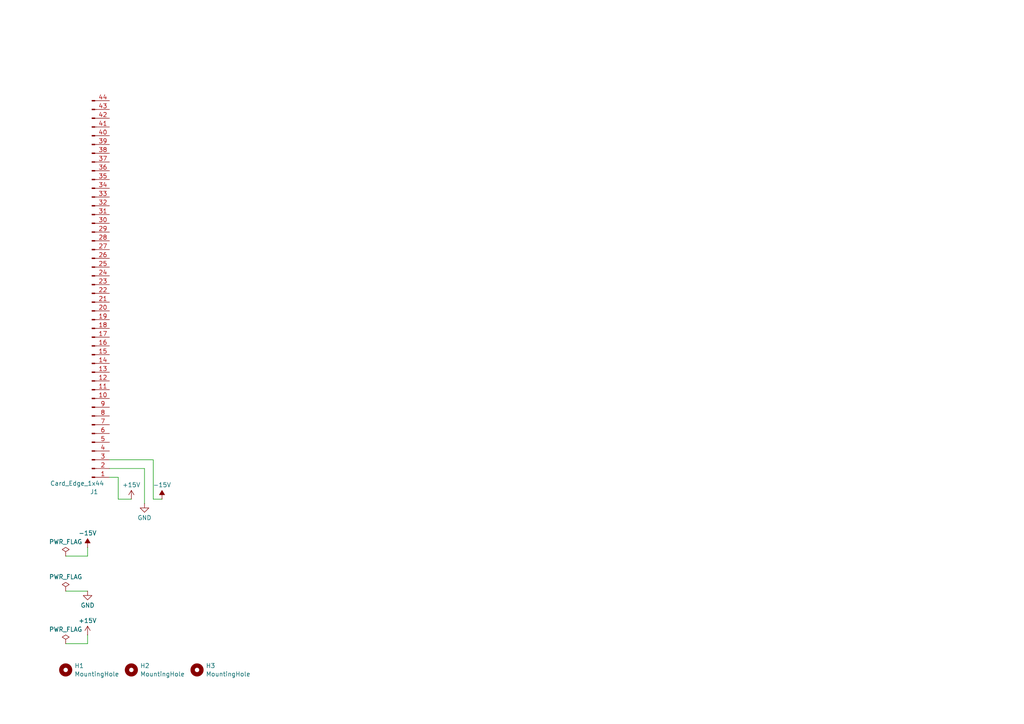
<source format=kicad_sch>
(kicad_sch (version 20231120) (generator "eeschema") (generator_version "8.0")
  (paper "A4")
  (title_block (comment 1 "Created with 'Korg PS-3x00 KLM Cards' template: https://github.com/ddkaiser/pscards"))
  (lib_symbols
    (symbol "Korg PS-3x00 KLM Cards:Card_Edge_1x44" (pin_names (offset 1.016) hide)
      (property "Reference" "J1" (at 0.635 57.5607 0))
      (property "Value" "Card_Edge_1x44" (at 3.556 55.118 0))
      (symbol "Card_Edge_1x44_1_1"
        (polyline (pts (xy 1.27 -55.88) (xy 0.8636 -55.88)) (stroke (width 0.1524)))
        (polyline (pts (xy 1.27 -53.34) (xy 0.8636 -53.34)) (stroke (width 0.1524)))
        (polyline (pts (xy 1.27 -50.8) (xy 0.8636 -50.8)) (stroke (width 0.1524)))
        (polyline (pts (xy 1.27 -48.26) (xy 0.8636 -48.26)) (stroke (width 0.1524)))
        (polyline (pts (xy 1.27 -45.72) (xy 0.8636 -45.72)) (stroke (width 0.1524)))
        (polyline (pts (xy 1.27 -43.18) (xy 0.8636 -43.18)) (stroke (width 0.1524)))
        (polyline (pts (xy 1.27 -40.64) (xy 0.8636 -40.64)) (stroke (width 0.1524)))
        (polyline (pts (xy 1.27 -38.1) (xy 0.8636 -38.1)) (stroke (width 0.1524)))
        (polyline (pts (xy 1.27 -35.56) (xy 0.8636 -35.56)) (stroke (width 0.1524)))
        (polyline (pts (xy 1.27 -33.02) (xy 0.8636 -33.02)) (stroke (width 0.1524)))
        (polyline (pts (xy 1.27 -30.48) (xy 0.8636 -30.48)) (stroke (width 0.1524)))
        (polyline (pts (xy 1.27 -27.94) (xy 0.8636 -27.94)) (stroke (width 0.1524)))
        (polyline (pts (xy 1.27 -25.4) (xy 0.8636 -25.4)) (stroke (width 0.1524)))
        (polyline (pts (xy 1.27 -22.86) (xy 0.8636 -22.86)) (stroke (width 0.1524)))
        (polyline (pts (xy 1.27 -20.32) (xy 0.8636 -20.32)) (stroke (width 0.1524)))
        (polyline (pts (xy 1.27 -17.78) (xy 0.8636 -17.78)) (stroke (width 0.1524)))
        (polyline (pts (xy 1.27 -15.24) (xy 0.8636 -15.24)) (stroke (width 0.1524)))
        (polyline (pts (xy 1.27 -12.7) (xy 0.8636 -12.7)) (stroke (width 0.1524)))
        (polyline (pts (xy 1.27 -10.16) (xy 0.8636 -10.16)) (stroke (width 0.1524)))
        (polyline (pts (xy 1.27 -7.62) (xy 0.8636 -7.62)) (stroke (width 0.1524)))
        (polyline (pts (xy 1.27 -5.08) (xy 0.8636 -5.08)) (stroke (width 0.1524)))
        (polyline (pts (xy 1.27 -2.54) (xy 0.8636 -2.54)) (stroke (width 0.1524)))
        (polyline (pts (xy 1.27 0) (xy 0.8636 0)) (stroke (width 0.1524)))
        (polyline (pts (xy 1.27 2.54) (xy 0.8636 2.54)) (stroke (width 0.1524)))
        (polyline (pts (xy 1.27 5.08) (xy 0.8636 5.08)) (stroke (width 0.1524)))
        (polyline (pts (xy 1.27 7.62) (xy 0.8636 7.62)) (stroke (width 0.1524)))
        (polyline (pts (xy 1.27 10.16) (xy 0.8636 10.16)) (stroke (width 0.1524)))
        (polyline (pts (xy 1.27 12.7) (xy 0.8636 12.7)) (stroke (width 0.1524)))
        (polyline (pts (xy 1.27 15.24) (xy 0.8636 15.24)) (stroke (width 0.1524)))
        (polyline (pts (xy 1.27 17.78) (xy 0.8636 17.78)) (stroke (width 0.1524)))
        (polyline (pts (xy 1.27 20.32) (xy 0.8636 20.32)) (stroke (width 0.1524)))
        (polyline (pts (xy 1.27 22.86) (xy 0.8636 22.86)) (stroke (width 0.1524)))
        (polyline (pts (xy 1.27 25.4) (xy 0.8636 25.4)) (stroke (width 0.1524)))
        (polyline (pts (xy 1.27 27.94) (xy 0.8636 27.94)) (stroke (width 0.1524)))
        (polyline (pts (xy 1.27 30.48) (xy 0.8636 30.48)) (stroke (width 0.1524)))
        (polyline (pts (xy 1.27 33.02) (xy 0.8636 33.02)) (stroke (width 0.1524)))
        (polyline (pts (xy 1.27 35.56) (xy 0.8636 35.56)) (stroke (width 0.1524)))
        (polyline (pts (xy 1.27 38.1) (xy 0.8636 38.1)) (stroke (width 0.1524)))
        (polyline (pts (xy 1.27 40.64) (xy 0.8636 40.64)) (stroke (width 0.1524)))
        (polyline (pts (xy 1.27 43.18) (xy 0.8636 43.18)) (stroke (width 0.1524)))
        (polyline (pts (xy 1.27 45.72) (xy 0.8636 45.72)) (stroke (width 0.1524)))
        (polyline (pts (xy 1.27 48.26) (xy 0.8636 48.26)) (stroke (width 0.1524)))
        (polyline (pts (xy 1.27 50.8) (xy 0.8636 50.8)) (stroke (width 0.1524)))
        (polyline (pts (xy 1.27 53.34) (xy 0.8636 53.34)) (stroke (width 0.1524)))
        (rectangle (start 0.8636 -55.753) (end 0 -56.007) (stroke (width 0.1524)) (fill (type outline)))
        (rectangle (start 0.8636 -53.213) (end 0 -53.467) (stroke (width 0.1524)) (fill (type outline)))
        (rectangle (start 0.8636 -50.673) (end 0 -50.927) (stroke (width 0.1524)) (fill (type outline)))
        (rectangle (start 0.8636 -48.133) (end 0 -48.387) (stroke (width 0.1524)) (fill (type outline)))
        (rectangle (start 0.8636 -45.593) (end 0 -45.847) (stroke (width 0.1524)) (fill (type outline)))
        (rectangle (start 0.8636 -43.053) (end 0 -43.307) (stroke (width 0.1524)) (fill (type outline)))
        (rectangle (start 0.8636 -40.513) (end 0 -40.767) (stroke (width 0.1524)) (fill (type outline)))
        (rectangle (start 0.8636 -37.973) (end 0 -38.227) (stroke (width 0.1524)) (fill (type outline)))
        (rectangle (start 0.8636 -35.433) (end 0 -35.687) (stroke (width 0.1524)) (fill (type outline)))
        (rectangle (start 0.8636 -32.893) (end 0 -33.147) (stroke (width 0.1524)) (fill (type outline)))
        (rectangle (start 0.8636 -30.353) (end 0 -30.607) (stroke (width 0.1524)) (fill (type outline)))
        (rectangle (start 0.8636 -27.813) (end 0 -28.067) (stroke (width 0.1524)) (fill (type outline)))
        (rectangle (start 0.8636 -25.273) (end 0 -25.527) (stroke (width 0.1524)) (fill (type outline)))
        (rectangle (start 0.8636 -22.733) (end 0 -22.987) (stroke (width 0.1524)) (fill (type outline)))
        (rectangle (start 0.8636 -20.193) (end 0 -20.447) (stroke (width 0.1524)) (fill (type outline)))
        (rectangle (start 0.8636 -17.653) (end 0 -17.907) (stroke (width 0.1524)) (fill (type outline)))
        (rectangle (start 0.8636 -15.113) (end 0 -15.367) (stroke (width 0.1524)) (fill (type outline)))
        (rectangle (start 0.8636 -12.573) (end 0 -12.827) (stroke (width 0.1524)) (fill (type outline)))
        (rectangle (start 0.8636 -10.033) (end 0 -10.287) (stroke (width 0.1524)) (fill (type outline)))
        (rectangle (start 0.8636 -7.493) (end 0 -7.747) (stroke (width 0.1524)) (fill (type outline)))
        (rectangle (start 0.8636 -4.953) (end 0 -5.207) (stroke (width 0.1524)) (fill (type outline)))
        (rectangle (start 0.8636 -2.413) (end 0 -2.667) (stroke (width 0.1524)) (fill (type outline)))
        (rectangle (start 0.8636 0.127) (end 0 -0.127) (stroke (width 0.1524)) (fill (type outline)))
        (rectangle (start 0.8636 2.667) (end 0 2.413) (stroke (width 0.1524)) (fill (type outline)))
        (rectangle (start 0.8636 5.207) (end 0 4.953) (stroke (width 0.1524)) (fill (type outline)))
        (rectangle (start 0.8636 7.747) (end 0 7.493) (stroke (width 0.1524)) (fill (type outline)))
        (rectangle (start 0.8636 10.287) (end 0 10.033) (stroke (width 0.1524)) (fill (type outline)))
        (rectangle (start 0.8636 12.827) (end 0 12.573) (stroke (width 0.1524)) (fill (type outline)))
        (rectangle (start 0.8636 15.367) (end 0 15.113) (stroke (width 0.1524)) (fill (type outline)))
        (rectangle (start 0.8636 17.907) (end 0 17.653) (stroke (width 0.1524)) (fill (type outline)))
        (rectangle (start 0.8636 20.447) (end 0 20.193) (stroke (width 0.1524)) (fill (type outline)))
        (rectangle (start 0.8636 22.987) (end 0 22.733) (stroke (width 0.1524)) (fill (type outline)))
        (rectangle (start 0.8636 25.527) (end 0 25.273) (stroke (width 0.1524)) (fill (type outline)))
        (rectangle (start 0.8636 28.067) (end 0 27.813) (stroke (width 0.1524)) (fill (type outline)))
        (rectangle (start 0.8636 30.607) (end 0 30.353) (stroke (width 0.1524)) (fill (type outline)))
        (rectangle (start 0.8636 33.147) (end 0 32.893) (stroke (width 0.1524)) (fill (type outline)))
        (rectangle (start 0.8636 35.687) (end 0 35.433) (stroke (width 0.1524)) (fill (type outline)))
        (rectangle (start 0.8636 38.227) (end 0 37.973) (stroke (width 0.1524)) (fill (type outline)))
        (rectangle (start 0.8636 40.767) (end 0 40.513) (stroke (width 0.1524)) (fill (type outline)))
        (rectangle (start 0.8636 43.307) (end 0 43.053) (stroke (width 0.1524)) (fill (type outline)))
        (rectangle (start 0.8636 45.847) (end 0 45.593) (stroke (width 0.1524)) (fill (type outline)))
        (rectangle (start 0.8636 48.387) (end 0 48.133) (stroke (width 0.1524)) (fill (type outline)))
        (rectangle (start 0.8636 50.927) (end 0 50.673) (stroke (width 0.1524)) (fill (type outline)))
        (rectangle (start 0.8636 53.467) (end 0 53.213) (stroke (width 0.1524)) (fill (type outline)))
        (pin passive line (at 5.08 53.34 180) (length 3.81) (name "Pin_1") (number "1"))
        (pin passive line (at 5.08 30.48 180) (length 3.81) (name "Pin_10") (number "10"))
        (pin passive line (at 5.08 27.94 180) (length 3.81) (name "Pin_11") (number "11"))
        (pin passive line (at 5.08 25.4 180) (length 3.81) (name "Pin_12") (number "12"))
        (pin passive line (at 5.08 22.86 180) (length 3.81) (name "Pin_13") (number "13"))
        (pin passive line (at 5.08 20.32 180) (length 3.81) (name "Pin_14") (number "14"))
        (pin passive line (at 5.08 17.78 180) (length 3.81) (name "Pin_15") (number "15"))
        (pin passive line (at 5.08 15.24 180) (length 3.81) (name "Pin_16") (number "16"))
        (pin passive line (at 5.08 12.7 180) (length 3.81) (name "Pin_17") (number "17"))
        (pin passive line (at 5.08 10.16 180) (length 3.81) (name "Pin_18") (number "18"))
        (pin passive line (at 5.08 7.62 180) (length 3.81) (name "Pin_19") (number "19"))
        (pin passive line (at 5.08 50.8 180) (length 3.81) (name "Pin_2") (number "2"))
        (pin passive line (at 5.08 5.08 180) (length 3.81) (name "Pin_20") (number "20"))
        (pin passive line (at 5.08 2.54 180) (length 3.81) (name "Pin_21") (number "21"))
        (pin passive line (at 5.08 0 180) (length 3.81) (name "Pin_22") (number "22"))
        (pin passive line (at 5.08 -2.54 180) (length 3.81) (name "Pin_23") (number "23"))
        (pin passive line (at 5.08 -5.08 180) (length 3.81) (name "Pin_24") (number "24"))
        (pin passive line (at 5.08 -7.62 180) (length 3.81) (name "Pin_25") (number "25"))
        (pin passive line (at 5.08 -10.16 180) (length 3.81) (name "Pin_26") (number "26"))
        (pin passive line (at 5.08 -12.7 180) (length 3.81) (name "Pin_27") (number "27"))
        (pin passive line (at 5.08 -15.24 180) (length 3.81) (name "Pin_28") (number "28"))
        (pin passive line (at 5.08 -17.78 180) (length 3.81) (name "Pin_29") (number "29"))
        (pin passive line (at 5.08 48.26 180) (length 3.81) (name "Pin_3") (number "3"))
        (pin passive line (at 5.08 -20.32 180) (length 3.81) (name "Pin_30") (number "30"))
        (pin passive line (at 5.08 -22.86 180) (length 3.81) (name "Pin_31") (number "31"))
        (pin passive line (at 5.08 -25.4 180) (length 3.81) (name "Pin_32") (number "32"))
        (pin passive line (at 5.08 -27.94 180) (length 3.81) (name "Pin_33") (number "33"))
        (pin passive line (at 5.08 -30.48 180) (length 3.81) (name "Pin_34") (number "34"))
        (pin passive line (at 5.08 -33.02 180) (length 3.81) (name "Pin_35") (number "35"))
        (pin passive line (at 5.08 -35.56 180) (length 3.81) (name "Pin_36") (number "36"))
        (pin passive line (at 5.08 -38.1 180) (length 3.81) (name "Pin_37") (number "37"))
        (pin passive line (at 5.08 -40.64 180) (length 3.81) (name "Pin_38") (number "38"))
        (pin passive line (at 5.08 -43.18 180) (length 3.81) (name "Pin_39") (number "39"))
        (pin passive line (at 5.08 45.72 180) (length 3.81) (name "Pin_4") (number "4"))
        (pin passive line (at 5.08 -45.72 180) (length 3.81) (name "Pin_40") (number "40"))
        (pin passive line (at 5.08 -48.26 180) (length 3.81) (name "Pin_41") (number "41"))
        (pin passive line (at 5.08 -50.8 180) (length 3.81) (name "Pin_42") (number "42"))
        (pin passive line (at 5.08 -53.34 180) (length 3.81) (name "Pin_43") (number "43"))
        (pin passive line (at 5.08 -55.88 180) (length 3.81) (name "Pin_44") (number "44"))
        (pin passive line (at 5.08 43.18 180) (length 3.81) (name "Pin_5") (number "5"))
        (pin passive line (at 5.08 40.64 180) (length 3.81) (name "Pin_6") (number "6"))
        (pin passive line (at 5.08 38.1 180) (length 3.81) (name "Pin_7") (number "7"))
        (pin passive line (at 5.08 35.56 180) (length 3.81) (name "Pin_8") (number "8"))
        (pin passive line (at 5.08 33.02 180) (length 3.81) (name "Pin_9") (number "9"))
      )
    )
    (symbol "Mechanical:MountingHole" (pin_names (offset 1.016)) (exclude_from_sim yes) (in_bom no)
      (property "Reference" "H" (at 0 5.08 0))
      (property "Value" "MountingHole" (at 0 3.175 0))
      (symbol "MountingHole_0_1"
        (circle (center 0 0) (radius 1.27) (stroke (width 1.27)))
      )
    )
    (symbol "power:+15V" (power) (pin_numbers hide) (pin_names (offset 0) hide)
      (property "Value" "+15V" (at 0 3.556 0))
      (symbol "+15V_0_1"
        (polyline (pts (xy -0.762 1.27) (xy 0 2.54)))
        (polyline (pts (xy 0 0) (xy 0 2.54)))
        (polyline (pts (xy 0 2.54) (xy 0.762 1.27)))
      )
      (symbol "+15V_1_1"
        (pin power_in line (at 0 0 90) (length 0) (name "~") (number "1"))
      )
    )
    (symbol "power:-15V" (power) (pin_numbers hide) (pin_names (offset 0) hide)
      (property "Value" "-15V" (at 0 3.556 0))
      (symbol "-15V_0_0"
        (pin power_in line (at 0 0 90) (length 0) (name "~") (number "1"))
      )
      (symbol "-15V_0_1"
        (polyline (pts (xy 0 0) (xy 0 1.27) (xy 0.762 1.27) (xy 0 2.54) (xy -0.762 1.27) (xy 0 1.27)) (fill (type outline)))
      )
    )
    (symbol "power:GND" (power) (pin_numbers hide) (pin_names (offset 0) hide)
      (property "Value" "GND" (at 0 -3.81 0))
      (symbol "GND_0_1"
        (polyline (pts (xy 0 0) (xy 0 -1.27) (xy 1.27 -1.27) (xy 0 -2.54) (xy -1.27 -1.27) (xy 0 -1.27)))
      )
      (symbol "GND_1_1"
        (pin power_in line (at 0 0 270) (length 0) (name "~") (number "1"))
      )
    )
    (symbol "power:PWR_FLAG" (power) (pin_numbers hide) (pin_names (offset 0) hide)
      (property "Value" "PWR_FLAG" (at 0 3.81 0))
      (symbol "PWR_FLAG_0_0"
        (pin power_out line (at 0 0 90) (length 0) (name "~") (number "1"))
      )
      (symbol "PWR_FLAG_0_1"
        (polyline (pts (xy 0 0) (xy 0 1.27) (xy -1.016 1.905) (xy 0 2.54) (xy 1.016 1.905) (xy 0 1.27)))
      )
    )
  )
  (wire (pts (xy 41.91 135.89) (xy 31.75 135.89)))
  (wire (pts (xy 19.05 161.29) (xy 25.4 161.29)))
  (wire (pts (xy 41.91 146.05) (xy 41.91 135.89)))
  (wire (pts (xy 19.05 186.69) (xy 25.4 186.69)))
  (wire (pts (xy 34.29 138.43) (xy 34.29 144.78)))
  (wire (pts (xy 19.05 171.45) (xy 25.4 171.45)))
  (wire (pts (xy 34.29 138.43) (xy 31.75 138.43)))
  (wire (pts (xy 44.45 144.78) (xy 44.45 133.35)))
  (wire (pts (xy 44.45 133.35) (xy 31.75 133.35)))
  (wire (pts (xy 34.29 144.78) (xy 38.1 144.78)))
  (wire (pts (xy 46.99 144.78) (xy 44.45 144.78)))
  (wire (pts (xy 25.4 186.69) (xy 25.4 184.15)))
  (wire (pts (xy 25.4 161.29) (xy 25.4 158.75)))
  (symbol (lib_id "power:GND") (at 41.91 146.05 0) (unit 1)
    (property "Reference" "#PWR03" (effects (hide yes)))
    (property "Value" "GND" (at 41.91 150.1831 0))
    (property "Description" "Power symbol creates a global label with name \"GND\" , ground" (effects (hide yes)))
  )
  (symbol (lib_id "power:+15V") (at 25.4 184.15 0) (unit 1)
    (property "Reference" "#PWR04" (effects (hide yes)))
    (property "Value" "+15V" (at 25.4 180.0169 0))
    (property "Description" "Power symbol creates a global label with name \"+15V\"" (effects (hide yes)))
  )
  (symbol (lib_id "power:-15V") (at 46.99 144.78 0) (unit 1)
    (property "Reference" "#PWR02" (effects (hide yes)))
    (property "Value" "-15V" (at 46.99 140.6469 0))
    (property "Description" "Power symbol creates a global label with name \"-15V\"" (effects (hide yes)))
  )
  (symbol (lib_id "power:GND") (at 25.4 171.45 0) (unit 1)
    (property "Reference" "#PWR05" (effects (hide yes)))
    (property "Value" "GND" (at 25.4 175.5831 0))
    (property "Description" "Power symbol creates a global label with name \"GND\" , ground" (effects (hide yes)))
  )
  (symbol (lib_id "Mechanical:MountingHole") (at 38.1 194.31 0) (unit 1) (exclude_from_sim yes) (in_bom no)
    (property "Reference" "H2" (at 40.64 193.0978 0) (effects (justify left)))
    (property "Value" "MountingHole" (at 40.64 195.5221 0) (effects (justify left)))
    (property "Footprint" "MountingHole:MountingHole_2.5mm" (effects (hide yes)))
    (property "Description" "Mounting Hole without connection" (effects (hide yes)))
  )
  (symbol (lib_id "Mechanical:MountingHole") (at 19.05 194.31 0) (unit 1) (exclude_from_sim yes) (in_bom no)
    (property "Reference" "H1" (at 21.59 193.0978 0) (effects (justify left)))
    (property "Value" "MountingHole" (at 21.59 195.5221 0) (effects (justify left)))
    (property "Footprint" "MountingHole:MountingHole_2.5mm" (effects (hide yes)))
    (property "Description" "Mounting Hole without connection" (effects (hide yes)))
  )
  (symbol (lib_id "Korg PS-3x00 KLM Cards:Card_Edge_1x44") (at 26.67 85.09 0) (mirror x) (unit 1)
    (property "Reference" "J1" (at 27.305 142.6507 0))
    (property "Value" "Card_Edge_1x44" (at 30.226 140.208 0) (effects (justify right)))
    (property "Footprint" "Korg PS-3x00 KLM Cards:CardEdge-2x22_2.18x9.75mm_P3.96mm" (effects (hide yes)))
    (property "Description" "\"Card-Edge connector, two of 22\"" (effects (hide yes)))
  )
  (symbol (lib_id "power:PWR_FLAG") (at 19.05 171.45 0) (unit 1)
    (property "Reference" "#FLG02" (effects (hide yes)))
    (property "Value" "PWR_FLAG" (at 19.05 167.3169 0))
    (property "Description" "Special symbol for telling ERC where power comes from" (effects (hide yes)))
  )
  (symbol (lib_id "power:-15V") (at 25.4 158.75 0) (unit 1)
    (property "Reference" "#PWR06" (effects (hide yes)))
    (property "Value" "-15V" (at 25.4 154.6169 0))
    (property "Description" "Power symbol creates a global label with name \"-15V\"" (effects (hide yes)))
  )
  (symbol (lib_id "power:+15V") (at 38.1 144.78 0) (unit 1)
    (property "Reference" "#PWR01" (effects (hide yes)))
    (property "Value" "+15V" (at 38.1 140.6469 0))
    (property "Description" "Power symbol creates a global label with name \"+15V\"" (effects (hide yes)))
  )
  (symbol (lib_id "power:PWR_FLAG") (at 19.05 161.29 0) (unit 1)
    (property "Reference" "#FLG01" (effects (hide yes)))
    (property "Value" "PWR_FLAG" (at 19.05 157.1569 0))
    (property "Description" "Special symbol for telling ERC where power comes from" (effects (hide yes)))
  )
  (symbol (lib_id "power:PWR_FLAG") (at 19.05 186.69 0) (unit 1)
    (property "Reference" "#FLG03" (effects (hide yes)))
    (property "Value" "PWR_FLAG" (at 19.05 182.5569 0))
    (property "Description" "Special symbol for telling ERC where power comes from" (effects (hide yes)))
  )
  (symbol (lib_id "Mechanical:MountingHole") (at 57.15 194.31 0) (unit 1) (exclude_from_sim yes) (in_bom no)
    (property "Reference" "H3" (at 59.69 193.0978 0) (effects (justify left)))
    (property "Value" "MountingHole" (at 59.69 195.5221 0) (effects (justify left)))
    (property "Footprint" "MountingHole:MountingHole_2.5mm" (effects (hide yes)))
    (property "Description" "Mounting Hole without connection" (effects (hide yes)))
  )
)
</source>
